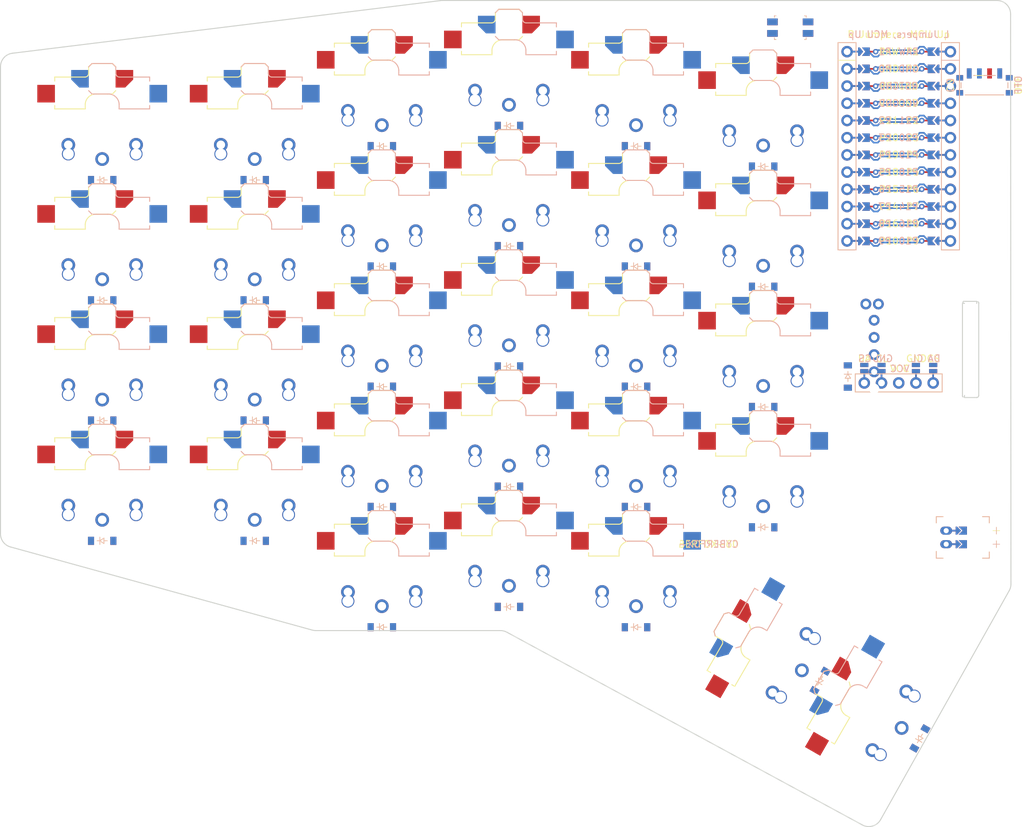
<source format=kicad_pcb>
(kicad_pcb (version 20240108) (generator "ergogen") (generator_version "4.1.0")
  (title_block (title "reversible") (date "2024-07-25") (rev "0.5.0") (company "Daniel Fox"))
  (layers (0 "F.Cu" signal) (31 "B.Cu" signal) (34 "B.Paste" user) (35 "F.Paste" user) (36 "B.SilkS" user "B.Silkscreen") (37 "F.SilkS" user "F.Silkscreen") (38 "B.Mask" user) (39 "F.Mask" user) (44 "Edge.Cuts" user))
  (net 0 "")
  (net 1 "P011")
  (net 2 "outer_bottom")
  (net 3 "GND")
  (net 4 "D1")
  (net 5 "D2")
  (net 6 "outer_home")
  (net 7 "outer_top")
  (net 8 "outer_num")
  (net 9 "P104")
  (net 10 "pinky_bottom")
  (net 11 "pinky_home")
  (net 12 "pinky_top")
  (net 13 "pinky_num")
  (net 14 "ring_mod")
  (net 15 "P106")
  (net 16 "ring_bottom")
  (net 17 "ring_home")
  (net 18 "ring_top")
  (net 19 "ring_num")
  (net 20 "middle_mod")
  (net 21 "P111")
  (net 22 "middle_bottom")
  (net 23 "middle_home")
  (net 24 "middle_top")
  (net 25 "middle_num")
  (net 26 "index_mod")
  (net 27 "P010")
  (net 28 "index_bottom")
  (net 29 "index_home")
  (net 30 "index_top")
  (net 31 "index_num")
  (net 32 "P009")
  (net 33 "inner_bottom")
  (net 34 "inner_home")
  (net 35 "inner_top")
  (net 36 "inner_num")
  (net 37 "space_cluster")
  (net 38 "extra_cluster")
  (net 39 "P115")
  (net 40 "P002")
  (net 41 "P029")
  (net 42 "P031")
  (net 43 "P113")
  (net 44 "OPTION")
  (net 45 "P006")
  (net 46 "P008")
  (net 47 "unused")
  (net 48 "RAW")
  (net 49 "RST")
  (net 50 "VCC")
  (net 51 "P21")
  (net 52 "P20")
  (net 53 "P19")
  (net 54 "P18")
  (net 55 "P15")
  (net 56 "P14")
  (net 57 "P16")
  (net 58 "P10")
  (net 59 "P1")
  (net 60 "P0")
  (net 61 "P2")
  (net 62 "P3")
  (net 63 "P4")
  (net 64 "P5")
  (net 65 "P6")
  (net 66 "P7")
  (net 67 "P8")
  (net 68 "P9")
  (net 69 "P101")
  (net 70 "P102")
  (net 71 "P107")
  (net 72 "MCU1_24")
  (net 73 "MCU1_1")
  (net 74 "MCU1_23")
  (net 75 "MCU1_2")
  (net 76 "MCU1_22")
  (net 77 "MCU1_3")
  (net 78 "MCU1_21")
  (net 79 "MCU1_4")
  (net 80 "MCU1_20")
  (net 81 "MCU1_5")
  (net 82 "MCU1_19")
  (net 83 "MCU1_6")
  (net 84 "MCU1_18")
  (net 85 "MCU1_7")
  (net 86 "MCU1_17")
  (net 87 "MCU1_8")
  (net 88 "MCU1_16")
  (net 89 "MCU1_9")
  (net 90 "MCU1_15")
  (net 91 "MCU1_10")
  (net 92 "MCU1_14")
  (net 93 "MCU1_11")
  (net 94 "MCU1_13")
  (net 95 "MCU1_12")
  (net 96 "MOSI")
  (net 97 "SCK")
  (net 98 "CS")
  (net 99 "DISP1_1")
  (net 100 "DISP1_2")
  (net 101 "DISP1_4")
  (net 102 "DISP1_5")
  (net 103 "BAT_P")
  (net 104 "JST1_1")
  (net 105 "JST1_2")
  (footprint "ceoloide:switch_choc_v1_v2" (layer "B.Cu") (at 40 92.25 0)
    (property "Reference" "S1" hide)
  )
  (footprint "ceoloide:switch_choc_v1_v2" (layer "B.Cu") (at 40 74.5 0)
    (property "Reference" "S2" hide)
  )
  (footprint "ceoloide:switch_choc_v1_v2" (layer "B.Cu") (at 40 56.75 0)
    (property "Reference" "S3" hide)
  )
  (footprint "ceoloide:switch_choc_v1_v2" (layer "B.Cu") (at 40 39 0)
    (property "Reference" "S4" hide)
  )
  (footprint "ceoloide:switch_choc_v1_v2" (layer "B.Cu") (at 62.5 92.25 0)
    (property "Reference" "S5" hide)
  )
  (footprint "ceoloide:switch_choc_v1_v2" (layer "B.Cu") (at 62.5 74.5 0)
    (property "Reference" "S6" hide)
  )
  (footprint "ceoloide:switch_choc_v1_v2" (layer "B.Cu") (at 62.5 56.75 0)
    (property "Reference" "S7" hide)
  )
  (footprint "ceoloide:switch_choc_v1_v2" (layer "B.Cu") (at 62.5 39 0)
    (property "Reference" "S8" hide)
  )
  (footprint "ceoloide:switch_choc_v1_v2" (layer "B.Cu") (at 81.25 105 0)
    (property "Reference" "S9" hide)
  )
  (footprint "ceoloide:switch_choc_v1_v2" (layer "B.Cu") (at 81.25 87.25 0)
    (property "Reference" "S10" hide)
  )
  (footprint "ceoloide:switch_choc_v1_v2" (layer "B.Cu") (at 81.25 69.5 0)
    (property "Reference" "S11" hide)
  )
  (footprint "ceoloide:switch_choc_v1_v2" (layer "B.Cu") (at 81.25 51.75 0)
    (property "Reference" "S12" hide)
  )
  (footprint "ceoloide:switch_choc_v1_v2" (layer "B.Cu") (at 81.25 34 0)
    (property "Reference" "S13" hide)
  )
  (footprint "ceoloide:switch_choc_v1_v2" (layer "B.Cu") (at 100 102 0)
    (property "Reference" "S14" hide)
  )
  (footprint "ceoloide:switch_choc_v1_v2" (layer "B.Cu") (at 100 84.25 0)
    (property "Reference" "S15" hide)
  )
  (footprint "ceoloide:switch_choc_v1_v2" (layer "B.Cu") (at 100 66.5 0)
    (property "Reference" "S16" hide)
  )
  (footprint "ceoloide:switch_choc_v1_v2" (layer "B.Cu") (at 100 48.75 0)
    (property "Reference" "S17" hide)
  )
  (footprint "ceoloide:switch_choc_v1_v2" (layer "B.Cu") (at 100 31 0)
    (property "Reference" "S18" hide)
  )
  (footprint "ceoloide:switch_choc_v1_v2" (layer "B.Cu") (at 118.75 105 0)
    (property "Reference" "S19" hide)
  )
  (footprint "ceoloide:switch_choc_v1_v2" (layer "B.Cu") (at 118.75 87.25 0)
    (property "Reference" "S20" hide)
  )
  (footprint "ceoloide:switch_choc_v1_v2" (layer "B.Cu") (at 118.75 69.5 0)
    (property "Reference" "S21" hide)
  )
  (footprint "ceoloide:switch_choc_v1_v2" (layer "B.Cu") (at 118.75 51.75 0)
    (property "Reference" "S22" hide)
  )
  (footprint "ceoloide:switch_choc_v1_v2" (layer "B.Cu") (at 118.75 34 0)
    (property "Reference" "S23" hide)
  )
  (footprint "ceoloide:switch_choc_v1_v2" (layer "B.Cu") (at 137.5 90.25 0)
    (property "Reference" "S24" hide)
  )
  (footprint "ceoloide:switch_choc_v1_v2" (layer "B.Cu") (at 137.5 72.5 0)
    (property "Reference" "S25" hide)
  )
  (footprint "ceoloide:switch_choc_v1_v2" (layer "B.Cu") (at 137.5 54.75 0)
    (property "Reference" "S26" hide)
  )
  (footprint "ceoloide:switch_choc_v1_v2" (layer "B.Cu") (at 137.5 37 0)
    (property "Reference" "S27" hide)
  )
  (footprint "ceoloide:switch_choc_v1_v2" (layer "B.Cu") (at 138.1025635 117.420431 60)
    (property "Reference" "S28" hide)
  )
  (footprint "ceoloide:switch_choc_v1_v2" (layer "B.Cu") (at 152.8249954 125.920431 60)
    (property "Reference" "S29" hide)
  )
  (footprint "ceoloide:diode_tht_sod123" (layer "B.Cu") (at 40 101.25 0)
    (property "Reference" "D1" hide)
  )
  (footprint "ceoloide:diode_tht_sod123" (layer "B.Cu") (at 40 83.5 0)
    (property "Reference" "D2" hide)
  )
  (footprint "ceoloide:diode_tht_sod123" (layer "B.Cu") (at 40 65.75 0)
    (property "Reference" "D3" hide)
  )
  (footprint "ceoloide:diode_tht_sod123" (layer "B.Cu") (at 40 48 0)
    (property "Reference" "D4" hide)
  )
  (footprint "ceoloide:diode_tht_sod123" (layer "B.Cu") (at 62.5 101.25 0)
    (property "Reference" "D5" hide)
  )
  (footprint "ceoloide:diode_tht_sod123" (layer "B.Cu") (at 62.5 83.5 0)
    (property "Reference" "D6" hide)
  )
  (footprint "ceoloide:diode_tht_sod123" (layer "B.Cu") (at 62.5 65.75 0)
    (property "Reference" "D7" hide)
  )
  (footprint "ceoloide:diode_tht_sod123" (layer "B.Cu") (at 62.5 48 0)
    (property "Reference" "D8" hide)
  )
  (footprint "ceoloide:diode_tht_sod123" (layer "B.Cu") (at 81.25 114 0)
    (property "Reference" "D9" hide)
  )
  (footprint "ceoloide:diode_tht_sod123" (layer "B.Cu") (at 81.25 96.25 0)
    (property "Reference" "D10" hide)
  )
  (footprint "ceoloide:diode_tht_sod123" (layer "B.Cu") (at 81.25 78.5 0)
    (property "Reference" "D11" hide)
  )
  (footprint "ceoloide:diode_tht_sod123" (layer "B.Cu") (at 81.25 60.75 0)
    (property "Reference" "D12" hide)
  )
  (footprint "ceoloide:diode_tht_sod123" (layer "B.Cu") (at 81.25 43 0)
    (property "Reference" "D13" hide)
  )
  (footprint "ceoloide:diode_tht_sod123" (layer "B.Cu") (at 100 111 0)
    (property "Reference" "D14" hide)
  )
  (footprint "ceoloide:diode_tht_sod123" (layer "B.Cu") (at 100 93.25 0)
    (property "Reference" "D15" hide)
  )
  (footprint "ceoloide:diode_tht_sod123" (layer "B.Cu") (at 100 75.5 0)
    (property "Reference" "D16" hide)
  )
  (footprint "ceoloide:diode_tht_sod123" (layer "B.Cu") (at 100 57.75 0)
    (property "Reference" "D17" hide)
  )
  (footprint "ceoloide:diode_tht_sod123" (layer "B.Cu") (at 100 40 0)
    (property "Reference" "D18" hide)
  )
  (footprint "ceoloide:diode_tht_sod123" (layer "B.Cu") (at 118.75 114 0)
    (property "Reference" "D19" hide)
  )
  (footprint "ceoloide:diode_tht_sod123" (layer "B.Cu") (at 118.75 96.25 0)
    (property "Reference" "D20" hide)
  )
  (footprint "ceoloide:diode_tht_sod123" (layer "B.Cu") (at 118.75 78.5 0)
    (property "Reference" "D21" hide)
  )
  (footprint "ceoloide:diode_tht_sod123" (layer "B.Cu") (at 118.75 60.75 0)
    (property "Reference" "D22" hide)
  )
  (footprint "ceoloide:diode_tht_sod123" (layer "B.Cu") (at 118.75 43 0)
    (property "Reference" "D23" hide)
  )
  (footprint "ceoloide:diode_tht_sod123" (layer "B.Cu") (at 137.5 99.25 0)
    (property "Reference" "D24" hide)
  )
  (footprint "ceoloide:diode_tht_sod123" (layer "B.Cu") (at 137.5 81.5 0)
    (property "Reference" "D25" hide)
  )
  (footprint "ceoloide:diode_tht_sod123" (layer "B.Cu") (at 137.5 63.75 0)
    (property "Reference" "D26" hide)
  )
  (footprint "ceoloide:diode_tht_sod123" (layer "B.Cu") (at 137.5 46 0)
    (property "Reference" "D27" hide)
  )
  (footprint "ceoloide:diode_tht_sod123" (layer "B.Cu") (at 145.8967921 121.920431 60)
    (property "Reference" "D28" hide)
  )
  (footprint "ceoloide:diode_tht_sod123" (layer "B.Cu") (at 160.619224 130.420431 60)
    (property "Reference" "D29" hide)
  )
  (module RollerEncoder_Panasonic_EVQWGD001 (layer F.Cu) (at 159.5 72.5 0)
    (fp_text reference REF**)
    (fp_text value EVQWGD001)
    (fp_line (start 9.8 7.3) (end 9.8 -6.3) (layer Edge.Cuts) (width 0.15))
    (fp_line (start 7.4 -6.3) (end 7.4 7.3) (layer Edge.Cuts) (width 0.15))
    (fp_line (start 9.5 -6.6) (end 7.7 -6.6) (layer Edge.Cuts) (width 0.15))
    (fp_line (start 7.7 7.6) (end 9.5 7.6) (layer Edge.Cuts) (width 0.15))
    (fp_arc (start 7.7 7.3) (mid 7.487868 7.512132) (end 7.4 7.3) (angle -90) (layer Edge.Cuts) (width 0.15))
    (fp_arc (start 9.8 7.3) (mid 9.712132 7.512132) (end 9.5 7.6) (angle -90) (layer Edge.Cuts) (width 0.15))
    (fp_arc (start 7.7 -6.3) (mid 7.487868 -6.512132) (end 7.7 -6.6) (angle -90) (layer Edge.Cuts) (width 0.15))
    (fp_arc (start 9.5 -6.3) (mid 9.712132 -6.512132) (end 9.8 -6.3) (angle -90) (layer Edge.Cuts) (width 0.15))
  )
  (footprint "ceoloide:diode_tht_sod123" (layer "B.Cu") (at 150 77 -90)
    (property "Reference" "D30" hide)
  )
  (footprint "ceoloide:mcu_nice_nano" (layer "F.Cu") (at 157.5 41.75 0)
    (property "Reference" "MCU1" hide)
  )
  (segment (start 162.275 29.05) (end 160.9 29.05) (width 0.25) (layer "F.Cu"))
  (segment (start 152.725 29.05) (end 154.1 29.05) (width 0.25) (layer "F.Cu"))
  (segment (start 149.88 29.05) (end 152 29.05) (width 0.25) (layer "F.Cu"))
  (segment (start 149.88 29.05) (end 152 29.05) (width 0.25) (layer "B.Cu"))
  (segment (start 163 29.05) (end 165.12 29.05) (width 0.25) (layer "F.Cu"))
  (segment (start 165.12 29.05) (end 163 29.05) (width 0.25) (layer "B.Cu"))
  (segment (start 154.895305 29.28) (end 160.67 29.28) (width 0.25) (layer "B.Cu"))
  (segment (start 152.725 29.05) (end 153.074695 29.05) (width 0.25) (layer "B.Cu"))
  (segment (start 153.79969499999999 29.775) (end 154.400305 29.775) (width 0.25) (layer "B.Cu"))
  (segment (start 153.074695 29.05) (end 153.79969499999999 29.775) (width 0.25) (layer "B.Cu"))
  (segment (start 154.400305 29.775) (end 154.895305 29.28) (width 0.25) (layer "B.Cu"))
  (segment (start 162.275 29.05) (end 161.925305 29.05) (width 0.25) (layer "B.Cu"))
  (segment (start 160.094695 28.83) (end 154.32 28.83) (width 0.25) (layer "B.Cu"))
  (segment (start 161.925305 29.05) (end 161.20030500000001 28.325) (width 0.25) (layer "B.Cu"))
  (segment (start 161.20030500000001 28.325) (end 160.599695 28.325) (width 0.25) (layer "B.Cu"))
  (segment (start 160.599695 28.325) (end 160.094695 28.83) (width 0.25) (layer "B.Cu"))
  (segment (start 162.275 31.59) (end 160.9 31.59) (width 0.25) (layer "F.Cu"))
  (segment (start 152.725 31.59) (end 154.1 31.59) (width 0.25) (layer "F.Cu"))
  (segment (start 149.88 31.59) (end 152 31.59) (width 0.25) (layer "F.Cu"))
  (segment (start 149.88 31.59) (end 152 31.59) (width 0.25) (layer "B.Cu"))
  (segment (start 163 31.59) (end 165.12 31.59) (width 0.25) (layer "F.Cu"))
  (segment (start 165.12 31.59) (end 163 31.59) (width 0.25) (layer "B.Cu"))
  (segment (start 154.895305 31.82) (end 160.67 31.82) (width 0.25) (layer "B.Cu"))
  (segment (start 152.725 31.59) (end 153.074695 31.59) (width 0.25) (layer "B.Cu"))
  (segment (start 153.79969499999999 32.315) (end 154.400305 32.315) (width 0.25) (layer "B.Cu"))
  (segment (start 153.074695 31.59) (end 153.79969499999999 32.315) (width 0.25) (layer "B.Cu"))
  (segment (start 154.400305 32.315) (end 154.895305 31.82) (width 0.25) (layer "B.Cu"))
  (segment (start 162.275 31.59) (end 161.925305 31.59) (width 0.25) (layer "B.Cu"))
  (segment (start 160.094695 31.369999999999997) (end 154.32 31.369999999999997) (width 0.25) (layer "B.Cu"))
  (segment (start 161.925305 31.59) (end 161.20030500000001 30.865000000000002) (width 0.25) (layer "B.Cu"))
  (segment (start 161.20030500000001 30.865000000000002) (end 160.599695 30.865000000000002) (width 0.25) (layer "B.Cu"))
  (segment (start 160.599695 30.865000000000002) (end 160.094695 31.369999999999997) (width 0.25) (layer "B.Cu"))
  (segment (start 162.275 34.13) (end 160.9 34.13) (width 0.25) (layer "F.Cu"))
  (segment (start 152.725 34.13) (end 154.1 34.13) (width 0.25) (layer "F.Cu"))
  (segment (start 149.88 34.13) (end 152 34.13) (width 0.25) (layer "F.Cu"))
  (segment (start 149.88 34.13) (end 152 34.13) (width 0.25) (layer "B.Cu"))
  (segment (start 163 34.13) (end 165.12 34.13) (width 0.25) (layer "F.Cu"))
  (segment (start 165.12 34.13) (end 163 34.13) (width 0.25) (layer "B.Cu"))
  (segment (start 154.895305 34.36) (end 160.67 34.36) (width 0.25) (layer "B.Cu"))
  (segment (start 152.725 34.13) (end 153.074695 34.13) (width 0.25) (layer "B.Cu"))
  (segment (start 153.79969499999999 34.855000000000004) (end 154.400305 34.855000000000004) (width 0.25) (layer "B.Cu"))
  (segment (start 153.074695 34.13) (end 153.79969499999999 34.855000000000004) (width 0.25) (layer "B.Cu"))
  (segment (start 154.400305 34.855000000000004) (end 154.895305 34.36) (width 0.25) (layer "B.Cu"))
  (segment (start 162.275 34.13) (end 161.925305 34.13) (width 0.25) (layer "B.Cu"))
  (segment (start 160.094695 33.91) (end 154.32 33.91) (width 0.25) (layer "B.Cu"))
  (segment (start 161.925305 34.13) (end 161.20030500000001 33.405) (width 0.25) (layer "B.Cu"))
  (segment (start 161.20030500000001 33.405) (end 160.599695 33.405) (width 0.25) (layer "B.Cu"))
  (segment (start 160.599695 33.405) (end 160.094695 33.91) (width 0.25) (layer "B.Cu"))
  (segment (start 162.275 36.67) (end 160.9 36.67) (width 0.25) (layer "F.Cu"))
  (segment (start 152.725 36.67) (end 154.1 36.67) (width 0.25) (layer "F.Cu"))
  (segment (start 149.88 36.67) (end 152 36.67) (width 0.25) (layer "F.Cu"))
  (segment (start 149.88 36.67) (end 152 36.67) (width 0.25) (layer "B.Cu"))
  (segment (start 163 36.67) (end 165.12 36.67) (width 0.25) (layer "F.Cu"))
  (segment (start 165.12 36.67) (end 163 36.67) (width 0.25) (layer "B.Cu"))
  (segment (start 154.895305 36.9) (end 160.67 36.9) (width 0.25) (layer "B.Cu"))
  (segment (start 152.725 36.67) (end 153.074695 36.67) (width 0.25) (layer "B.Cu"))
  (segment (start 153.79969499999999 37.394999999999996) (end 154.400305 37.394999999999996) (width 0.25) (layer "B.Cu"))
  (segment (start 153.074695 36.67) (end 153.79969499999999 37.394999999999996) (width 0.25) (layer "B.Cu"))
  (segment (start 154.400305 37.394999999999996) (end 154.895305 36.9) (width 0.25) (layer "B.Cu"))
  (segment (start 162.275 36.67) (end 161.925305 36.67) (width 0.25) (layer "B.Cu"))
  (segment (start 160.094695 36.45) (end 154.32 36.45) (width 0.25) (layer "B.Cu"))
  (segment (start 161.925305 36.67) (end 161.20030500000001 35.945) (width 0.25) (layer "B.Cu"))
  (segment (start 161.20030500000001 35.945) (end 160.599695 35.945) (width 0.25) (layer "B.Cu"))
  (segment (start 160.599695 35.945) (end 160.094695 36.45) (width 0.25) (layer "B.Cu"))
  (segment (start 162.275 39.21) (end 160.9 39.21) (width 0.25) (layer "F.Cu"))
  (segment (start 152.725 39.21) (end 154.1 39.21) (width 0.25) (layer "F.Cu"))
  (segment (start 149.88 39.21) (end 152 39.21) (width 0.25) (layer "F.Cu"))
  (segment (start 149.88 39.21) (end 152 39.21) (width 0.25) (layer "B.Cu"))
  (segment (start 163 39.21) (end 165.12 39.21) (width 0.25) (layer "F.Cu"))
  (segment (start 165.12 39.21) (end 163 39.21) (width 0.25) (layer "B.Cu"))
  (segment (start 154.895305 39.44) (end 160.67 39.44) (width 0.25) (layer "B.Cu"))
  (segment (start 152.725 39.21) (end 153.074695 39.21) (width 0.25) (layer "B.Cu"))
  (segment (start 153.79969499999999 39.935) (end 154.400305 39.935) (width 0.25) (layer "B.Cu"))
  (segment (start 153.074695 39.21) (end 153.79969499999999 39.935) (width 0.25) (layer "B.Cu"))
  (segment (start 154.400305 39.935) (end 154.895305 39.44) (width 0.25) (layer "B.Cu"))
  (segment (start 162.275 39.21) (end 161.925305 39.21) (width 0.25) (layer "B.Cu"))
  (segment (start 160.094695 38.99) (end 154.32 38.99) (width 0.25) (layer "B.Cu"))
  (segment (start 161.925305 39.21) (end 161.20030500000001 38.485) (width 0.25) (layer "B.Cu"))
  (segment (start 161.20030500000001 38.485) (end 160.599695 38.485) (width 0.25) (layer "B.Cu"))
  (segment (start 160.599695 38.485) (end 160.094695 38.99) (width 0.25) (layer "B.Cu"))
  (segment (start 162.275 41.75) (end 160.9 41.75) (width 0.25) (layer "F.Cu"))
  (segment (start 152.725 41.75) (end 154.1 41.75) (width 0.25) (layer "F.Cu"))
  (segment (start 149.88 41.75) (end 152 41.75) (width 0.25) (layer "F.Cu"))
  (segment (start 149.88 41.75) (end 152 41.75) (width 0.25) (layer "B.Cu"))
  (segment (start 163 41.75) (end 165.12 41.75) (width 0.25) (layer "F.Cu"))
  (segment (start 165.12 41.75) (end 163 41.75) (width 0.25) (layer "B.Cu"))
  (segment (start 154.895305 41.98) (end 160.67 41.98) (width 0.25) (layer "B.Cu"))
  (segment (start 152.725 41.75) (end 153.074695 41.75) (width 0.25) (layer "B.Cu"))
  (segment (start 153.79969499999999 42.475) (end 154.400305 42.475) (width 0.25) (layer "B.Cu"))
  (segment (start 153.074695 41.75) (end 153.79969499999999 42.475) (width 0.25) (layer "B.Cu"))
  (segment (start 154.400305 42.475) (end 154.895305 41.98) (width 0.25) (layer "B.Cu"))
  (segment (start 162.275 41.75) (end 161.925305 41.75) (width 0.25) (layer "B.Cu"))
  (segment (start 160.094695 41.53) (end 154.32 41.53) (width 0.25) (layer "B.Cu"))
  (segment (start 161.925305 41.75) (end 161.20030500000001 41.025) (width 0.25) (layer "B.Cu"))
  (segment (start 161.20030500000001 41.025) (end 160.599695 41.025) (width 0.25) (layer "B.Cu"))
  (segment (start 160.599695 41.025) (end 160.094695 41.53) (width 0.25) (layer "B.Cu"))
  (segment (start 162.275 44.29) (end 160.9 44.29) (width 0.25) (layer "F.Cu"))
  (segment (start 152.725 44.29) (end 154.1 44.29) (width 0.25) (layer "F.Cu"))
  (segment (start 149.88 44.29) (end 152 44.29) (width 0.25) (layer "F.Cu"))
  (segment (start 149.88 44.29) (end 152 44.29) (width 0.25) (layer "B.Cu"))
  (segment (start 163 44.29) (end 165.12 44.29) (width 0.25) (layer "F.Cu"))
  (segment (start 165.12 44.29) (end 163 44.29) (width 0.25) (layer "B.Cu"))
  (segment (start 154.895305 44.52) (end 160.67 44.52) (width 0.25) (layer "B.Cu"))
  (segment (start 152.725 44.29) (end 153.074695 44.29) (width 0.25) (layer "B.Cu"))
  (segment (start 153.79969499999999 45.015) (end 154.400305 45.015) (width 0.25) (layer "B.Cu"))
  (segment (start 153.074695 44.29) (end 153.79969499999999 45.015) (width 0.25) (layer "B.Cu"))
  (segment (start 154.400305 45.015) (end 154.895305 44.52) (width 0.25) (layer "B.Cu"))
  (segment (start 162.275 44.29) (end 161.925305 44.29) (width 0.25) (layer "B.Cu"))
  (segment (start 160.094695 44.07) (end 154.32 44.07) (width 0.25) (layer "B.Cu"))
  (segment (start 161.925305 44.29) (end 161.20030500000001 43.565) (width 0.25) (layer "B.Cu"))
  (segment (start 161.20030500000001 43.565) (end 160.599695 43.565) (width 0.25) (layer "B.Cu"))
  (segment (start 160.599695 43.565) (end 160.094695 44.07) (width 0.25) (layer "B.Cu"))
  (segment (start 162.275 46.83) (end 160.9 46.83) (width 0.25) (layer "F.Cu"))
  (segment (start 152.725 46.83) (end 154.1 46.83) (width 0.25) (layer "F.Cu"))
  (segment (start 149.88 46.83) (end 152 46.83) (width 0.25) (layer "F.Cu"))
  (segment (start 149.88 46.83) (end 152 46.83) (width 0.25) (layer "B.Cu"))
  (segment (start 163 46.83) (end 165.12 46.83) (width 0.25) (layer "F.Cu"))
  (segment (start 165.12 46.83) (end 163 46.83) (width 0.25) (layer "B.Cu"))
  (segment (start 154.895305 47.06) (end 160.67 47.06) (width 0.25) (layer "B.Cu"))
  (segment (start 152.725 46.83) (end 153.074695 46.83) (width 0.25) (layer "B.Cu"))
  (segment (start 153.79969499999999 47.555) (end 154.400305 47.555) (width 0.25) (layer "B.Cu"))
  (segment (start 153.074695 46.83) (end 153.79969499999999 47.555) (width 0.25) (layer "B.Cu"))
  (segment (start 154.400305 47.555) (end 154.895305 47.06) (width 0.25) (layer "B.Cu"))
  (segment (start 162.275 46.83) (end 161.925305 46.83) (width 0.25) (layer "B.Cu"))
  (segment (start 160.094695 46.61) (end 154.32 46.61) (width 0.25) (layer "B.Cu"))
  (segment (start 161.925305 46.83) (end 161.20030500000001 46.105000000000004) (width 0.25) (layer "B.Cu"))
  (segment (start 161.20030500000001 46.105000000000004) (end 160.599695 46.105000000000004) (width 0.25) (layer "B.Cu"))
  (segment (start 160.599695 46.105000000000004) (end 160.094695 46.61) (width 0.25) (layer "B.Cu"))
  (segment (start 162.275 49.37) (end 160.9 49.37) (width 0.25) (layer "F.Cu"))
  (segment (start 152.725 49.37) (end 154.1 49.37) (width 0.25) (layer "F.Cu"))
  (segment (start 149.88 49.37) (end 152 49.37) (width 0.25) (layer "F.Cu"))
  (segment (start 149.88 49.37) (end 152 49.37) (width 0.25) (layer "B.Cu"))
  (segment (start 163 49.37) (end 165.12 49.37) (width 0.25) (layer "F.Cu"))
  (segment (start 165.12 49.37) (end 163 49.37) (width 0.25) (layer "B.Cu"))
  (segment (start 154.895305 49.6) (end 160.67 49.6) (width 0.25) (layer "B.Cu"))
  (segment (start 152.725 49.37) (end 153.074695 49.37) (width 0.25) (layer "B.Cu"))
  (segment (start 153.79969499999999 50.095) (end 154.400305 50.095) (width 0.25) (layer "B.Cu"))
  (segment (start 153.074695 49.37) (end 153.79969499999999 50.095) (width 0.25) (layer "B.Cu"))
  (segment (start 154.400305 50.095) (end 154.895305 49.6) (width 0.25) (layer "B.Cu"))
  (segment (start 162.275 49.37) (end 161.925305 49.37) (width 0.25) (layer "B.Cu"))
  (segment (start 160.094695 49.15) (end 154.32 49.15) (width 0.25) (layer "B.Cu"))
  (segment (start 161.925305 49.37) (end 161.20030500000001 48.644999999999996) (width 0.25) (layer "B.Cu"))
  (segment (start 161.20030500000001 48.644999999999996) (end 160.599695 48.644999999999996) (width 0.25) (layer "B.Cu"))
  (segment (start 160.599695 48.644999999999996) (end 160.094695 49.15) (width 0.25) (layer "B.Cu"))
  (segment (start 162.275 51.91) (end 160.9 51.91) (width 0.25) (layer "F.Cu"))
  (segment (start 152.725 51.91) (end 154.1 51.91) (width 0.25) (layer "F.Cu"))
  (segment (start 149.88 51.91) (end 152 51.91) (width 0.25) (layer "F.Cu"))
  (segment (start 149.88 51.91) (end 152 51.91) (width 0.25) (layer "B.Cu"))
  (segment (start 163 51.91) (end 165.12 51.91) (width 0.25) (layer "F.Cu"))
  (segment (start 165.12 51.91) (end 163 51.91) (width 0.25) (layer "B.Cu"))
  (segment (start 154.895305 52.14) (end 160.67 52.14) (width 0.25) (layer "B.Cu"))
  (segment (start 152.725 51.91) (end 153.074695 51.91) (width 0.25) (layer "B.Cu"))
  (segment (start 153.79969499999999 52.635) (end 154.400305 52.635) (width 0.25) (layer "B.Cu"))
  (segment (start 153.074695 51.91) (end 153.79969499999999 52.635) (width 0.25) (layer "B.Cu"))
  (segment (start 154.400305 52.635) (end 154.895305 52.14) (width 0.25) (layer "B.Cu"))
  (segment (start 162.275 51.91) (end 161.925305 51.91) (width 0.25) (layer "B.Cu"))
  (segment (start 160.094695 51.69) (end 154.32 51.69) (width 0.25) (layer "B.Cu"))
  (segment (start 161.925305 51.91) (end 161.20030500000001 51.185) (width 0.25) (layer "B.Cu"))
  (segment (start 161.20030500000001 51.185) (end 160.599695 51.185) (width 0.25) (layer "B.Cu"))
  (segment (start 160.599695 51.185) (end 160.094695 51.69) (width 0.25) (layer "B.Cu"))
  (segment (start 162.275 54.45) (end 160.9 54.45) (width 0.25) (layer "F.Cu"))
  (segment (start 152.725 54.45) (end 154.1 54.45) (width 0.25) (layer "F.Cu"))
  (segment (start 149.88 54.45) (end 152 54.45) (width 0.25) (layer "F.Cu"))
  (segment (start 149.88 54.45) (end 152 54.45) (width 0.25) (layer "B.Cu"))
  (segment (start 163 54.45) (end 165.12 54.45) (width 0.25) (layer "F.Cu"))
  (segment (start 165.12 54.45) (end 163 54.45) (width 0.25) (layer "B.Cu"))
  (segment (start 154.895305 54.68) (end 160.67 54.68) (width 0.25) (layer "B.Cu"))
  (segment (start 152.725 54.45) (end 153.074695 54.45) (width 0.25) (layer "B.Cu"))
  (segment (start 153.79969499999999 55.175) (end 154.400305 55.175) (width 0.25) (layer "B.Cu"))
  (segment (start 153.074695 54.45) (end 153.79969499999999 55.175) (width 0.25) (layer "B.Cu"))
  (segment (start 154.400305 55.175) (end 154.895305 54.68) (width 0.25) (layer "B.Cu"))
  (segment (start 162.275 54.45) (end 161.925305 54.45) (width 0.25) (layer "B.Cu"))
  (segment (start 160.094695 54.230000000000004) (end 154.32 54.230000000000004) (width 0.25) (layer "B.Cu"))
  (segment (start 161.925305 54.45) (end 161.20030500000001 53.725) (width 0.25) (layer "B.Cu"))
  (segment (start 161.20030500000001 53.725) (end 160.599695 53.725) (width 0.25) (layer "B.Cu"))
  (segment (start 160.599695 53.725) (end 160.094695 54.230000000000004) (width 0.25) (layer "B.Cu"))
  (segment (start 162.275 56.99) (end 160.9 56.99) (width 0.25) (layer "F.Cu"))
  (segment (start 152.725 56.99) (end 154.1 56.99) (width 0.25) (layer "F.Cu"))
  (segment (start 149.88 56.99) (end 152 56.99) (width 0.25) (layer "F.Cu"))
  (segment (start 149.88 56.99) (end 152 56.99) (width 0.25) (layer "B.Cu"))
  (segment (start 163 56.99) (end 165.12 56.99) (width 0.25) (layer "F.Cu"))
  (segment (start 165.12 56.99) (end 163 56.99) (width 0.25) (layer "B.Cu"))
  (segment (start 154.895305 57.22) (end 160.67 57.22) (width 0.25) (layer "B.Cu"))
  (segment (start 152.725 56.99) (end 153.074695 56.99) (width 0.25) (layer "B.Cu"))
  (segment (start 153.79969499999999 57.715) (end 154.400305 57.715) (width 0.25) (layer "B.Cu"))
  (segment (start 153.074695 56.99) (end 153.79969499999999 57.715) (width 0.25) (layer "B.Cu"))
  (segment (start 154.400305 57.715) (end 154.895305 57.22) (width 0.25) (layer "B.Cu"))
  (segment (start 162.275 56.99) (end 161.925305 56.99) (width 0.25) (layer "B.Cu"))
  (segment (start 160.094695 56.769999999999996) (end 154.32 56.769999999999996) (width 0.25) (layer "B.Cu"))
  (segment (start 161.925305 56.99) (end 161.20030500000001 56.265) (width 0.25) (layer "B.Cu"))
  (segment (start 161.20030500000001 56.265) (end 160.599695 56.265) (width 0.25) (layer "B.Cu"))
  (segment (start 160.599695 56.265) (end 160.094695 56.769999999999996) (width 0.25) (layer "B.Cu"))
  (footprint "ceoloide:display_nice_view" (layer F.Cu) (at 157.5 61.25 0)
    (property "Reference" "DISP1" hide)
  )
  (segment (start 152.42 77.95) (end 152.42 76.2) (width 0.25) (layer "F.Cu") (net 98))
  (segment (start 154.96 77.95) (end 154.96 76.2) (width 0.25) (layer "F.Cu") (net 3))
  (segment (start 160.04 77.95) (end 160.04 76.2) (width 0.25) (layer "F.Cu") (net 97))
  (segment (start 162.58 77.95) (end 162.58 76.2) (width 0.25) (layer "F.Cu") (net 96))
  (segment (start 152.42 77.95) (end 152.42 76.2) (width 0.25) (layer "B.Cu") (net 98))
  (segment (start 154.96 77.95) (end 154.96 76.2) (width 0.25) (layer "B.Cu") (net 3))
  (segment (start 160.04 77.95) (end 160.04 76.2) (width 0.25) (layer "B.Cu") (net 97))
  (segment (start 162.58 77.95) (end 162.58 76.2) (width 0.25) (layer "B.Cu") (net 96))
  (footprint "ceoloide:battery_connector_jst_ph_2" (layer "F.Cu") (at 164.5 100.75 90)
    (property "Reference" "JST1" hide)
  )
  (segment (start 166.3 101.75) (end 164.5 101.75) (width 0.25) (layer "F.Cu") (net 104))
  (segment (start 166.3 101.75) (end 164.5 101.75) (width 0.25) (layer "B.Cu") (net 104))
  (segment (start 166.3 99.75) (end 164.5 99.75) (width 0.25) (layer "F.Cu") (net 105))
  (segment (start 166.3 99.75) (end 164.5 99.75) (width 0.25) (layer "B.Cu") (net 105))
  (footprint "ceoloide:reset_switch_smd_side" (layer "F.Cu") (at 141.5 25.5 0)
    (property "Reference" "RST1" hide)
  )
  (footprint "ceoloide:power_switch_smd_side" (layer "F.Cu") (at 170.15 34 -90)
    (property "Reference" "PWR1" hide)
  )
  (gr_text "CYBERFOX-60" (at 128.5 101.75 0) (layer "F.SilkS") (effects (font (size 1 1) (thickness 0.15) (bold yes))))
  (gr_text "CYBERFOX-60" (at 128.5 101.75 0) (layer "B.SilkS") (effects (font (size 1 1) (thickness 0.15) (bold yes)) (justify mirror)))
  (footprint "ceoloide:mounting_hole_npth" (layer "F.Cu") (at 160.3249954 112.9300499 60)
    (property "Reference" "MH1" hide)
  )
  (footprint "ceoloide:mounting_hole_npth" (layer "F.Cu") (at 167.5 90.25 0)
    (property "Reference" "MH2" hide)
  )
  (footprint "ceoloide:mounting_hole_npth" (layer "F.Cu") (at 130.75 25.5 0)
    (property "Reference" "MH3" hide)
  )
  (footprint "ceoloide:mounting_hole_npth" (layer "F.Cu") (at 51.5 39 0)
    (property "Reference" "MH4" hide)
  )
  (footprint "ceoloide:mounting_hole_npth" (layer "F.Cu") (at 51.5 92.25 0)
    (property "Reference" "MH5" hide)
  )
  (footprint "ceoloide:mounting_hole_npth" (layer "F.Cu") (at 109.5 58 0)
    (property "Reference" "MH6" hide)
  )
  (footprint "ceoloide:mounting_hole_npth" (layer "F.Cu") (at 118.75 116.5 0)
    (property "Reference" "MH7" hide)
  )
  (gr_line (start 25 100.2267458135135) (end 25 31.268937126153848) (layer Edge.Cuts) (stroke (width 0.15)))
  (gr_line (start 26.755689599999997 29.28391512615385) (end 89.87830375000004 21.514977999999992) (layer Edge.Cuts) (stroke (width 0.15)))
  (gr_line (start 90.12261415000002 21.5) (end 172.00120531494866 21.5) (layer Edge.Cuts) (stroke (width 0.15)))
  (gr_line (start 174.00120491494866 23.498794400016777) (end 174.05192107962668 107.63019808067475) (layer Edge.Cuts) (stroke (width 0.15)))
  (gr_line (start 173.79596536090656 108.61033721407853) (end 154.82519305694524 142.40819851604874) (layer Edge.Cuts) (stroke (width 0.15)))
  (gr_line (start 152.12741913375476 143.1872180599491) (end 99.69615049660841 114.74204692274003) (layer Edge.Cuts) (stroke (width 0.15)))
  (gr_line (start 98.74242045469306 114.5) (end 71.52062793137254 114.5) (layer Edge.Cuts) (stroke (width 0.15)))
  (gr_line (start 70.98910395699303 114.42807730706295) (end 26.468476025620486 102.15482312057645) (layer Edge.Cuts) (stroke (width 0.15)))
  (gr_arc (start 26.7556896 29.283915126153847) (mid 25.5018977 29.943912726153847) (end 25 31.268937126153848) (layer Edge.Cuts) (stroke (width 0.15)))
  (gr_arc (start 90.12261415000002 21.5) (mid 90.00022955000001 21.503748) (end 89.87830375000001 21.514978) (layer Edge.Cuts) (stroke (width 0.15)))
  (gr_arc (start 174.00120491494866 23.4987944) (mid 173.41499251494866 22.0853603) (end 172.00120531494866 21.5) (layer Edge.Cuts) (stroke (width 0.15)))
  (gr_arc (start 173.79596537962672 108.61033718071617) (mid 173.98702707962673 108.13674148071618) (end 174.0519210796267 107.63019808071617) (layer Edge.Cuts) (stroke (width 0.15)))
  (gr_arc (start 152.12741917567007 143.18721808268913) (mid 153.63600677567007 143.35075738268912) (end 154.8251930756701 142.40819848268913) (layer Edge.Cuts) (stroke (width 0.15)))
  (gr_arc (start 99.69615045469305 114.7420469) (mid 99.23440305469306 114.5614559) (end 98.74242045469306 114.5) (layer Edge.Cuts) (stroke (width 0.15)))
  (gr_arc (start 70.98910393137254 114.4280773) (mid 71.25244393137254 114.4819377) (end 71.52062793137254 114.5) (layer Edge.Cuts) (stroke (width 0.15)))
  (gr_arc (start 25 100.2267458135135) (mid 25.4089236 101.4385527135135) (end 26.468476 102.1548231135135) (layer Edge.Cuts) (stroke (width 0.15)))
)
</source>
